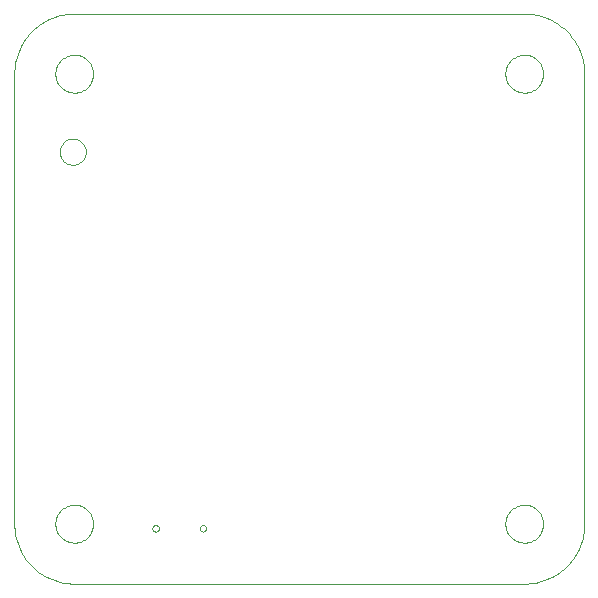
<source format=gbo>
G75*
G70*
%OFA0B0*%
%FSLAX24Y24*%
%IPPOS*%
%LPD*%
%AMOC8*
5,1,8,0,0,1.08239X$1,22.5*
%
%ADD10C,0.0000*%
D10*
X000655Y002655D02*
X000655Y017655D01*
X002025Y017655D02*
X002027Y017705D01*
X002033Y017755D01*
X002043Y017804D01*
X002057Y017852D01*
X002074Y017899D01*
X002095Y017944D01*
X002120Y017988D01*
X002148Y018029D01*
X002180Y018068D01*
X002214Y018105D01*
X002251Y018139D01*
X002291Y018169D01*
X002333Y018196D01*
X002377Y018220D01*
X002423Y018241D01*
X002470Y018257D01*
X002518Y018270D01*
X002568Y018279D01*
X002617Y018284D01*
X002668Y018285D01*
X002718Y018282D01*
X002767Y018275D01*
X002816Y018264D01*
X002864Y018249D01*
X002910Y018231D01*
X002955Y018209D01*
X002998Y018183D01*
X003039Y018154D01*
X003078Y018122D01*
X003114Y018087D01*
X003146Y018049D01*
X003176Y018009D01*
X003203Y017966D01*
X003226Y017922D01*
X003245Y017876D01*
X003261Y017828D01*
X003273Y017779D01*
X003281Y017730D01*
X003285Y017680D01*
X003285Y017630D01*
X003281Y017580D01*
X003273Y017531D01*
X003261Y017482D01*
X003245Y017434D01*
X003226Y017388D01*
X003203Y017344D01*
X003176Y017301D01*
X003146Y017261D01*
X003114Y017223D01*
X003078Y017188D01*
X003039Y017156D01*
X002998Y017127D01*
X002955Y017101D01*
X002910Y017079D01*
X002864Y017061D01*
X002816Y017046D01*
X002767Y017035D01*
X002718Y017028D01*
X002668Y017025D01*
X002617Y017026D01*
X002568Y017031D01*
X002518Y017040D01*
X002470Y017053D01*
X002423Y017069D01*
X002377Y017090D01*
X002333Y017114D01*
X002291Y017141D01*
X002251Y017171D01*
X002214Y017205D01*
X002180Y017242D01*
X002148Y017281D01*
X002120Y017322D01*
X002095Y017366D01*
X002074Y017411D01*
X002057Y017458D01*
X002043Y017506D01*
X002033Y017555D01*
X002027Y017605D01*
X002025Y017655D01*
X000655Y017655D02*
X000657Y017750D01*
X000664Y017845D01*
X000675Y017940D01*
X000691Y018034D01*
X000711Y018127D01*
X000736Y018218D01*
X000765Y018309D01*
X000798Y018398D01*
X000836Y018486D01*
X000877Y018571D01*
X000923Y018655D01*
X000972Y018736D01*
X001026Y018815D01*
X001083Y018891D01*
X001144Y018965D01*
X001208Y019035D01*
X001275Y019102D01*
X001345Y019166D01*
X001419Y019227D01*
X001495Y019284D01*
X001574Y019338D01*
X001655Y019387D01*
X001739Y019433D01*
X001824Y019474D01*
X001912Y019512D01*
X002001Y019545D01*
X002092Y019574D01*
X002183Y019599D01*
X002276Y019619D01*
X002370Y019635D01*
X002465Y019646D01*
X002560Y019653D01*
X002655Y019655D01*
X017655Y019655D01*
X017025Y017655D02*
X017027Y017705D01*
X017033Y017755D01*
X017043Y017804D01*
X017057Y017852D01*
X017074Y017899D01*
X017095Y017944D01*
X017120Y017988D01*
X017148Y018029D01*
X017180Y018068D01*
X017214Y018105D01*
X017251Y018139D01*
X017291Y018169D01*
X017333Y018196D01*
X017377Y018220D01*
X017423Y018241D01*
X017470Y018257D01*
X017518Y018270D01*
X017568Y018279D01*
X017617Y018284D01*
X017668Y018285D01*
X017718Y018282D01*
X017767Y018275D01*
X017816Y018264D01*
X017864Y018249D01*
X017910Y018231D01*
X017955Y018209D01*
X017998Y018183D01*
X018039Y018154D01*
X018078Y018122D01*
X018114Y018087D01*
X018146Y018049D01*
X018176Y018009D01*
X018203Y017966D01*
X018226Y017922D01*
X018245Y017876D01*
X018261Y017828D01*
X018273Y017779D01*
X018281Y017730D01*
X018285Y017680D01*
X018285Y017630D01*
X018281Y017580D01*
X018273Y017531D01*
X018261Y017482D01*
X018245Y017434D01*
X018226Y017388D01*
X018203Y017344D01*
X018176Y017301D01*
X018146Y017261D01*
X018114Y017223D01*
X018078Y017188D01*
X018039Y017156D01*
X017998Y017127D01*
X017955Y017101D01*
X017910Y017079D01*
X017864Y017061D01*
X017816Y017046D01*
X017767Y017035D01*
X017718Y017028D01*
X017668Y017025D01*
X017617Y017026D01*
X017568Y017031D01*
X017518Y017040D01*
X017470Y017053D01*
X017423Y017069D01*
X017377Y017090D01*
X017333Y017114D01*
X017291Y017141D01*
X017251Y017171D01*
X017214Y017205D01*
X017180Y017242D01*
X017148Y017281D01*
X017120Y017322D01*
X017095Y017366D01*
X017074Y017411D01*
X017057Y017458D01*
X017043Y017506D01*
X017033Y017555D01*
X017027Y017605D01*
X017025Y017655D01*
X017655Y019655D02*
X017750Y019653D01*
X017845Y019646D01*
X017940Y019635D01*
X018034Y019619D01*
X018127Y019599D01*
X018218Y019574D01*
X018309Y019545D01*
X018398Y019512D01*
X018486Y019474D01*
X018571Y019433D01*
X018655Y019387D01*
X018736Y019338D01*
X018815Y019284D01*
X018891Y019227D01*
X018965Y019166D01*
X019035Y019102D01*
X019102Y019035D01*
X019166Y018965D01*
X019227Y018891D01*
X019284Y018815D01*
X019338Y018736D01*
X019387Y018655D01*
X019433Y018571D01*
X019474Y018486D01*
X019512Y018398D01*
X019545Y018309D01*
X019574Y018218D01*
X019599Y018127D01*
X019619Y018034D01*
X019635Y017940D01*
X019646Y017845D01*
X019653Y017750D01*
X019655Y017655D01*
X019655Y002655D01*
X017025Y002655D02*
X017027Y002705D01*
X017033Y002755D01*
X017043Y002804D01*
X017057Y002852D01*
X017074Y002899D01*
X017095Y002944D01*
X017120Y002988D01*
X017148Y003029D01*
X017180Y003068D01*
X017214Y003105D01*
X017251Y003139D01*
X017291Y003169D01*
X017333Y003196D01*
X017377Y003220D01*
X017423Y003241D01*
X017470Y003257D01*
X017518Y003270D01*
X017568Y003279D01*
X017617Y003284D01*
X017668Y003285D01*
X017718Y003282D01*
X017767Y003275D01*
X017816Y003264D01*
X017864Y003249D01*
X017910Y003231D01*
X017955Y003209D01*
X017998Y003183D01*
X018039Y003154D01*
X018078Y003122D01*
X018114Y003087D01*
X018146Y003049D01*
X018176Y003009D01*
X018203Y002966D01*
X018226Y002922D01*
X018245Y002876D01*
X018261Y002828D01*
X018273Y002779D01*
X018281Y002730D01*
X018285Y002680D01*
X018285Y002630D01*
X018281Y002580D01*
X018273Y002531D01*
X018261Y002482D01*
X018245Y002434D01*
X018226Y002388D01*
X018203Y002344D01*
X018176Y002301D01*
X018146Y002261D01*
X018114Y002223D01*
X018078Y002188D01*
X018039Y002156D01*
X017998Y002127D01*
X017955Y002101D01*
X017910Y002079D01*
X017864Y002061D01*
X017816Y002046D01*
X017767Y002035D01*
X017718Y002028D01*
X017668Y002025D01*
X017617Y002026D01*
X017568Y002031D01*
X017518Y002040D01*
X017470Y002053D01*
X017423Y002069D01*
X017377Y002090D01*
X017333Y002114D01*
X017291Y002141D01*
X017251Y002171D01*
X017214Y002205D01*
X017180Y002242D01*
X017148Y002281D01*
X017120Y002322D01*
X017095Y002366D01*
X017074Y002411D01*
X017057Y002458D01*
X017043Y002506D01*
X017033Y002555D01*
X017027Y002605D01*
X017025Y002655D01*
X017655Y000655D02*
X017750Y000657D01*
X017845Y000664D01*
X017940Y000675D01*
X018034Y000691D01*
X018127Y000711D01*
X018218Y000736D01*
X018309Y000765D01*
X018398Y000798D01*
X018486Y000836D01*
X018571Y000877D01*
X018655Y000923D01*
X018736Y000972D01*
X018815Y001026D01*
X018891Y001083D01*
X018965Y001144D01*
X019035Y001208D01*
X019102Y001275D01*
X019166Y001345D01*
X019227Y001419D01*
X019284Y001495D01*
X019338Y001574D01*
X019387Y001655D01*
X019433Y001739D01*
X019474Y001824D01*
X019512Y001912D01*
X019545Y002001D01*
X019574Y002092D01*
X019599Y002183D01*
X019619Y002276D01*
X019635Y002370D01*
X019646Y002465D01*
X019653Y002560D01*
X019655Y002655D01*
X017655Y000655D02*
X002655Y000655D01*
X002025Y002655D02*
X002027Y002705D01*
X002033Y002755D01*
X002043Y002804D01*
X002057Y002852D01*
X002074Y002899D01*
X002095Y002944D01*
X002120Y002988D01*
X002148Y003029D01*
X002180Y003068D01*
X002214Y003105D01*
X002251Y003139D01*
X002291Y003169D01*
X002333Y003196D01*
X002377Y003220D01*
X002423Y003241D01*
X002470Y003257D01*
X002518Y003270D01*
X002568Y003279D01*
X002617Y003284D01*
X002668Y003285D01*
X002718Y003282D01*
X002767Y003275D01*
X002816Y003264D01*
X002864Y003249D01*
X002910Y003231D01*
X002955Y003209D01*
X002998Y003183D01*
X003039Y003154D01*
X003078Y003122D01*
X003114Y003087D01*
X003146Y003049D01*
X003176Y003009D01*
X003203Y002966D01*
X003226Y002922D01*
X003245Y002876D01*
X003261Y002828D01*
X003273Y002779D01*
X003281Y002730D01*
X003285Y002680D01*
X003285Y002630D01*
X003281Y002580D01*
X003273Y002531D01*
X003261Y002482D01*
X003245Y002434D01*
X003226Y002388D01*
X003203Y002344D01*
X003176Y002301D01*
X003146Y002261D01*
X003114Y002223D01*
X003078Y002188D01*
X003039Y002156D01*
X002998Y002127D01*
X002955Y002101D01*
X002910Y002079D01*
X002864Y002061D01*
X002816Y002046D01*
X002767Y002035D01*
X002718Y002028D01*
X002668Y002025D01*
X002617Y002026D01*
X002568Y002031D01*
X002518Y002040D01*
X002470Y002053D01*
X002423Y002069D01*
X002377Y002090D01*
X002333Y002114D01*
X002291Y002141D01*
X002251Y002171D01*
X002214Y002205D01*
X002180Y002242D01*
X002148Y002281D01*
X002120Y002322D01*
X002095Y002366D01*
X002074Y002411D01*
X002057Y002458D01*
X002043Y002506D01*
X002033Y002555D01*
X002027Y002605D01*
X002025Y002655D01*
X000655Y002655D02*
X000657Y002560D01*
X000664Y002465D01*
X000675Y002370D01*
X000691Y002276D01*
X000711Y002183D01*
X000736Y002092D01*
X000765Y002001D01*
X000798Y001912D01*
X000836Y001824D01*
X000877Y001739D01*
X000923Y001655D01*
X000972Y001574D01*
X001026Y001495D01*
X001083Y001419D01*
X001144Y001345D01*
X001208Y001275D01*
X001275Y001208D01*
X001345Y001144D01*
X001419Y001083D01*
X001495Y001026D01*
X001574Y000972D01*
X001655Y000923D01*
X001739Y000877D01*
X001824Y000836D01*
X001912Y000798D01*
X002001Y000765D01*
X002092Y000736D01*
X002183Y000711D01*
X002276Y000691D01*
X002370Y000675D01*
X002465Y000664D01*
X002560Y000657D01*
X002655Y000655D01*
X005260Y002502D02*
X005262Y002522D01*
X005268Y002542D01*
X005277Y002560D01*
X005290Y002577D01*
X005305Y002590D01*
X005323Y002600D01*
X005343Y002607D01*
X005363Y002610D01*
X005383Y002609D01*
X005403Y002604D01*
X005422Y002596D01*
X005439Y002584D01*
X005453Y002569D01*
X005464Y002551D01*
X005472Y002532D01*
X005476Y002512D01*
X005476Y002492D01*
X005472Y002472D01*
X005464Y002453D01*
X005453Y002435D01*
X005439Y002420D01*
X005422Y002408D01*
X005403Y002400D01*
X005383Y002395D01*
X005363Y002394D01*
X005343Y002397D01*
X005323Y002404D01*
X005305Y002414D01*
X005290Y002427D01*
X005277Y002444D01*
X005268Y002462D01*
X005262Y002482D01*
X005260Y002502D01*
X006835Y002502D02*
X006837Y002522D01*
X006843Y002542D01*
X006852Y002560D01*
X006865Y002577D01*
X006880Y002590D01*
X006898Y002600D01*
X006918Y002607D01*
X006938Y002610D01*
X006958Y002609D01*
X006978Y002604D01*
X006997Y002596D01*
X007014Y002584D01*
X007028Y002569D01*
X007039Y002551D01*
X007047Y002532D01*
X007051Y002512D01*
X007051Y002492D01*
X007047Y002472D01*
X007039Y002453D01*
X007028Y002435D01*
X007014Y002420D01*
X006997Y002408D01*
X006978Y002400D01*
X006958Y002395D01*
X006938Y002394D01*
X006918Y002397D01*
X006898Y002404D01*
X006880Y002414D01*
X006865Y002427D01*
X006852Y002444D01*
X006843Y002462D01*
X006837Y002482D01*
X006835Y002502D01*
X002172Y015055D02*
X002174Y015096D01*
X002180Y015137D01*
X002190Y015177D01*
X002203Y015216D01*
X002220Y015253D01*
X002241Y015289D01*
X002265Y015323D01*
X002292Y015354D01*
X002321Y015382D01*
X002354Y015408D01*
X002388Y015430D01*
X002425Y015449D01*
X002463Y015464D01*
X002503Y015476D01*
X002543Y015484D01*
X002584Y015488D01*
X002626Y015488D01*
X002667Y015484D01*
X002707Y015476D01*
X002747Y015464D01*
X002785Y015449D01*
X002821Y015430D01*
X002856Y015408D01*
X002889Y015382D01*
X002918Y015354D01*
X002945Y015323D01*
X002969Y015289D01*
X002990Y015253D01*
X003007Y015216D01*
X003020Y015177D01*
X003030Y015137D01*
X003036Y015096D01*
X003038Y015055D01*
X003036Y015014D01*
X003030Y014973D01*
X003020Y014933D01*
X003007Y014894D01*
X002990Y014857D01*
X002969Y014821D01*
X002945Y014787D01*
X002918Y014756D01*
X002889Y014728D01*
X002856Y014702D01*
X002822Y014680D01*
X002785Y014661D01*
X002747Y014646D01*
X002707Y014634D01*
X002667Y014626D01*
X002626Y014622D01*
X002584Y014622D01*
X002543Y014626D01*
X002503Y014634D01*
X002463Y014646D01*
X002425Y014661D01*
X002389Y014680D01*
X002354Y014702D01*
X002321Y014728D01*
X002292Y014756D01*
X002265Y014787D01*
X002241Y014821D01*
X002220Y014857D01*
X002203Y014894D01*
X002190Y014933D01*
X002180Y014973D01*
X002174Y015014D01*
X002172Y015055D01*
M02*

</source>
